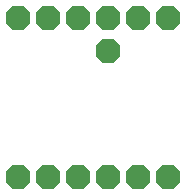
<source format=gbs>
G75*
%MOIN*%
%OFA0B0*%
%FSLAX24Y24*%
%IPPOS*%
%LPD*%
%AMOC8*
5,1,8,0,0,1.08239X$1,22.5*
%
%ADD10OC8,0.0820*%
D10*
X001617Y001361D03*
X002617Y001361D03*
X003617Y001361D03*
X004617Y001361D03*
X005617Y001361D03*
X006617Y001361D03*
X004617Y005553D03*
X004617Y006676D03*
X005617Y006676D03*
X006617Y006676D03*
X003617Y006676D03*
X002617Y006676D03*
X001617Y006676D03*
M02*

</source>
